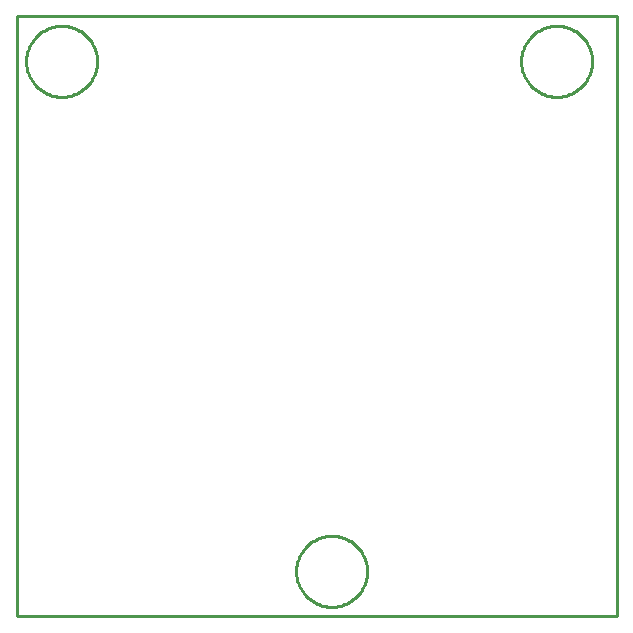
<source format=gbr>
G04 EAGLE Gerber RS-274X export*
G75*
%MOMM*%
%FSLAX34Y34*%
%LPD*%
%IN*%
%IPPOS*%
%AMOC8*
5,1,8,0,0,1.08239X$1,22.5*%
G01*
%ADD10C,0.254000*%


D10*
X0Y0D02*
X508000Y0D01*
X508000Y508000D01*
X0Y508000D01*
X0Y0D01*
X487200Y469164D02*
X487128Y467692D01*
X486983Y466227D01*
X486767Y464770D01*
X486480Y463325D01*
X486122Y461896D01*
X485694Y460487D01*
X485198Y459100D01*
X484635Y457739D01*
X484005Y456408D01*
X483310Y455109D01*
X482553Y453845D01*
X481735Y452621D01*
X480858Y451438D01*
X479923Y450299D01*
X478934Y449208D01*
X477892Y448166D01*
X476801Y447177D01*
X475663Y446242D01*
X474479Y445365D01*
X473255Y444547D01*
X471991Y443790D01*
X470692Y443095D01*
X469361Y442465D01*
X468000Y441902D01*
X466613Y441406D01*
X465204Y440978D01*
X463775Y440620D01*
X462330Y440333D01*
X460873Y440117D01*
X459408Y439972D01*
X457936Y439900D01*
X456464Y439900D01*
X454992Y439972D01*
X453527Y440117D01*
X452070Y440333D01*
X450625Y440620D01*
X449196Y440978D01*
X447787Y441406D01*
X446400Y441902D01*
X445039Y442465D01*
X443708Y443095D01*
X442409Y443790D01*
X441145Y444547D01*
X439921Y445365D01*
X438738Y446242D01*
X437599Y447177D01*
X436508Y448166D01*
X435466Y449208D01*
X434477Y450299D01*
X433542Y451438D01*
X432665Y452621D01*
X431847Y453845D01*
X431090Y455109D01*
X430395Y456408D01*
X429765Y457739D01*
X429202Y459100D01*
X428706Y460487D01*
X428278Y461896D01*
X427920Y463325D01*
X427633Y464770D01*
X427417Y466227D01*
X427272Y467692D01*
X427200Y469164D01*
X427200Y470636D01*
X427272Y472108D01*
X427417Y473573D01*
X427633Y475030D01*
X427920Y476475D01*
X428278Y477904D01*
X428706Y479313D01*
X429202Y480700D01*
X429765Y482061D01*
X430395Y483392D01*
X431090Y484691D01*
X431847Y485955D01*
X432665Y487179D01*
X433542Y488363D01*
X434477Y489501D01*
X435466Y490592D01*
X436508Y491634D01*
X437599Y492623D01*
X438738Y493558D01*
X439921Y494435D01*
X441145Y495253D01*
X442409Y496010D01*
X443708Y496705D01*
X445039Y497335D01*
X446400Y497898D01*
X447787Y498394D01*
X449196Y498822D01*
X450625Y499180D01*
X452070Y499467D01*
X453527Y499683D01*
X454992Y499828D01*
X456464Y499900D01*
X457936Y499900D01*
X459408Y499828D01*
X460873Y499683D01*
X462330Y499467D01*
X463775Y499180D01*
X465204Y498822D01*
X466613Y498394D01*
X468000Y497898D01*
X469361Y497335D01*
X470692Y496705D01*
X471991Y496010D01*
X473255Y495253D01*
X474479Y494435D01*
X475663Y493558D01*
X476801Y492623D01*
X477892Y491634D01*
X478934Y490592D01*
X479923Y489501D01*
X480858Y488363D01*
X481735Y487179D01*
X482553Y485955D01*
X483310Y484691D01*
X484005Y483392D01*
X484635Y482061D01*
X485198Y480700D01*
X485694Y479313D01*
X486122Y477904D01*
X486480Y476475D01*
X486767Y475030D01*
X486983Y473573D01*
X487128Y472108D01*
X487200Y470636D01*
X487200Y469164D01*
X296700Y37364D02*
X296628Y35892D01*
X296483Y34427D01*
X296267Y32970D01*
X295980Y31525D01*
X295622Y30096D01*
X295194Y28687D01*
X294698Y27300D01*
X294135Y25939D01*
X293505Y24608D01*
X292810Y23309D01*
X292053Y22045D01*
X291235Y20821D01*
X290358Y19638D01*
X289423Y18499D01*
X288434Y17408D01*
X287392Y16366D01*
X286301Y15377D01*
X285163Y14442D01*
X283979Y13565D01*
X282755Y12747D01*
X281491Y11990D01*
X280192Y11295D01*
X278861Y10665D01*
X277500Y10102D01*
X276113Y9606D01*
X274704Y9178D01*
X273275Y8820D01*
X271830Y8533D01*
X270373Y8317D01*
X268908Y8172D01*
X267436Y8100D01*
X265964Y8100D01*
X264492Y8172D01*
X263027Y8317D01*
X261570Y8533D01*
X260125Y8820D01*
X258696Y9178D01*
X257287Y9606D01*
X255900Y10102D01*
X254539Y10665D01*
X253208Y11295D01*
X251909Y11990D01*
X250645Y12747D01*
X249421Y13565D01*
X248238Y14442D01*
X247099Y15377D01*
X246008Y16366D01*
X244966Y17408D01*
X243977Y18499D01*
X243042Y19638D01*
X242165Y20821D01*
X241347Y22045D01*
X240590Y23309D01*
X239895Y24608D01*
X239265Y25939D01*
X238702Y27300D01*
X238206Y28687D01*
X237778Y30096D01*
X237420Y31525D01*
X237133Y32970D01*
X236917Y34427D01*
X236772Y35892D01*
X236700Y37364D01*
X236700Y38836D01*
X236772Y40308D01*
X236917Y41773D01*
X237133Y43230D01*
X237420Y44675D01*
X237778Y46104D01*
X238206Y47513D01*
X238702Y48900D01*
X239265Y50261D01*
X239895Y51592D01*
X240590Y52891D01*
X241347Y54155D01*
X242165Y55379D01*
X243042Y56563D01*
X243977Y57701D01*
X244966Y58792D01*
X246008Y59834D01*
X247099Y60823D01*
X248238Y61758D01*
X249421Y62635D01*
X250645Y63453D01*
X251909Y64210D01*
X253208Y64905D01*
X254539Y65535D01*
X255900Y66098D01*
X257287Y66594D01*
X258696Y67022D01*
X260125Y67380D01*
X261570Y67667D01*
X263027Y67883D01*
X264492Y68028D01*
X265964Y68100D01*
X267436Y68100D01*
X268908Y68028D01*
X270373Y67883D01*
X271830Y67667D01*
X273275Y67380D01*
X274704Y67022D01*
X276113Y66594D01*
X277500Y66098D01*
X278861Y65535D01*
X280192Y64905D01*
X281491Y64210D01*
X282755Y63453D01*
X283979Y62635D01*
X285163Y61758D01*
X286301Y60823D01*
X287392Y59834D01*
X288434Y58792D01*
X289423Y57701D01*
X290358Y56563D01*
X291235Y55379D01*
X292053Y54155D01*
X292810Y52891D01*
X293505Y51592D01*
X294135Y50261D01*
X294698Y48900D01*
X295194Y47513D01*
X295622Y46104D01*
X295980Y44675D01*
X296267Y43230D01*
X296483Y41773D01*
X296628Y40308D01*
X296700Y38836D01*
X296700Y37364D01*
X68100Y469164D02*
X68028Y467692D01*
X67883Y466227D01*
X67667Y464770D01*
X67380Y463325D01*
X67022Y461896D01*
X66594Y460487D01*
X66098Y459100D01*
X65535Y457739D01*
X64905Y456408D01*
X64210Y455109D01*
X63453Y453845D01*
X62635Y452621D01*
X61758Y451438D01*
X60823Y450299D01*
X59834Y449208D01*
X58792Y448166D01*
X57701Y447177D01*
X56563Y446242D01*
X55379Y445365D01*
X54155Y444547D01*
X52891Y443790D01*
X51592Y443095D01*
X50261Y442465D01*
X48900Y441902D01*
X47513Y441406D01*
X46104Y440978D01*
X44675Y440620D01*
X43230Y440333D01*
X41773Y440117D01*
X40308Y439972D01*
X38836Y439900D01*
X37364Y439900D01*
X35892Y439972D01*
X34427Y440117D01*
X32970Y440333D01*
X31525Y440620D01*
X30096Y440978D01*
X28687Y441406D01*
X27300Y441902D01*
X25939Y442465D01*
X24608Y443095D01*
X23309Y443790D01*
X22045Y444547D01*
X20821Y445365D01*
X19638Y446242D01*
X18499Y447177D01*
X17408Y448166D01*
X16366Y449208D01*
X15377Y450299D01*
X14442Y451438D01*
X13565Y452621D01*
X12747Y453845D01*
X11990Y455109D01*
X11295Y456408D01*
X10665Y457739D01*
X10102Y459100D01*
X9606Y460487D01*
X9178Y461896D01*
X8820Y463325D01*
X8533Y464770D01*
X8317Y466227D01*
X8172Y467692D01*
X8100Y469164D01*
X8100Y470636D01*
X8172Y472108D01*
X8317Y473573D01*
X8533Y475030D01*
X8820Y476475D01*
X9178Y477904D01*
X9606Y479313D01*
X10102Y480700D01*
X10665Y482061D01*
X11295Y483392D01*
X11990Y484691D01*
X12747Y485955D01*
X13565Y487179D01*
X14442Y488363D01*
X15377Y489501D01*
X16366Y490592D01*
X17408Y491634D01*
X18499Y492623D01*
X19638Y493558D01*
X20821Y494435D01*
X22045Y495253D01*
X23309Y496010D01*
X24608Y496705D01*
X25939Y497335D01*
X27300Y497898D01*
X28687Y498394D01*
X30096Y498822D01*
X31525Y499180D01*
X32970Y499467D01*
X34427Y499683D01*
X35892Y499828D01*
X37364Y499900D01*
X38836Y499900D01*
X40308Y499828D01*
X41773Y499683D01*
X43230Y499467D01*
X44675Y499180D01*
X46104Y498822D01*
X47513Y498394D01*
X48900Y497898D01*
X50261Y497335D01*
X51592Y496705D01*
X52891Y496010D01*
X54155Y495253D01*
X55379Y494435D01*
X56563Y493558D01*
X57701Y492623D01*
X58792Y491634D01*
X59834Y490592D01*
X60823Y489501D01*
X61758Y488363D01*
X62635Y487179D01*
X63453Y485955D01*
X64210Y484691D01*
X64905Y483392D01*
X65535Y482061D01*
X66098Y480700D01*
X66594Y479313D01*
X67022Y477904D01*
X67380Y476475D01*
X67667Y475030D01*
X67883Y473573D01*
X68028Y472108D01*
X68100Y470636D01*
X68100Y469164D01*
M02*

</source>
